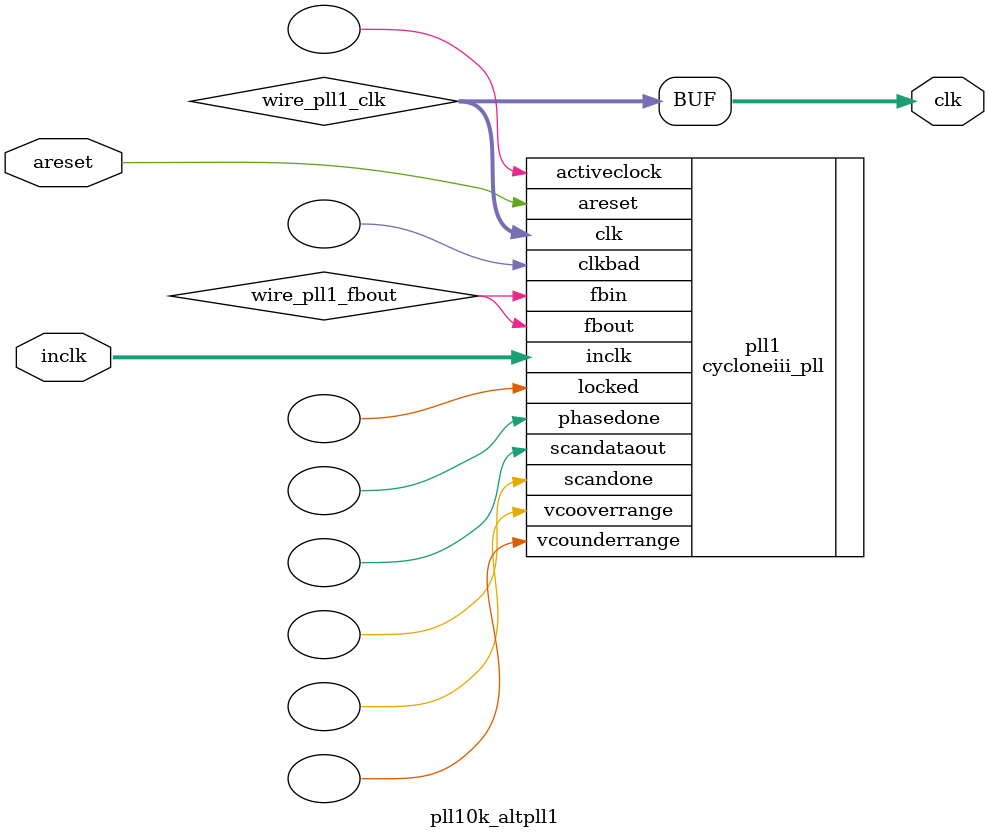
<source format=v>






//synthesis_resources = cycloneiii_pll 1 
//synopsys translate_off
`timescale 1 ps / 1 ps
//synopsys translate_on
module  pll10k_altpll1
	( 
	areset,
	clk,
	inclk) /* synthesis synthesis_clearbox=1 */;
	input   areset;
	output   [4:0]  clk;
	input   [1:0]  inclk;
`ifndef ALTERA_RESERVED_QIS
// synopsys translate_off
`endif
	tri0   areset;
	tri0   [1:0]  inclk;
`ifndef ALTERA_RESERVED_QIS
// synopsys translate_on
`endif

	wire  [4:0]   wire_pll1_clk;
	wire  wire_pll1_fbout;

	cycloneiii_pll   pll1
	( 
	.activeclock(),
	.areset(areset),
	.clk(wire_pll1_clk),
	.clkbad(),
	.fbin(wire_pll1_fbout),
	.fbout(wire_pll1_fbout),
	.inclk(inclk),
	.locked(),
	.phasedone(),
	.scandataout(),
	.scandone(),
	.vcooverrange(),
	.vcounderrange()
	`ifndef FORMAL_VERIFICATION
	// synopsys translate_off
	`endif
	,
	.clkswitch(1'b0),
	.configupdate(1'b0),
	.pfdena(1'b1),
	.phasecounterselect({3{1'b0}}),
	.phasestep(1'b0),
	.phaseupdown(1'b0),
	.scanclk(1'b0),
	.scanclkena(1'b1),
	.scandata(1'b0)
	`ifndef FORMAL_VERIFICATION
	// synopsys translate_on
	`endif
	);
	defparam
		pll1.bandwidth_type = "auto",
		pll1.clk0_divide_by = 100000,
		pll1.clk0_duty_cycle = 50,
		pll1.clk0_multiply_by = 3,
		pll1.clk0_phase_shift = "0",
		pll1.compensate_clock = "clk0",
		pll1.inclk0_input_frequency = 20000,
		pll1.operation_mode = "normal",
		pll1.pll_type = "auto",
		pll1.lpm_type = "cycloneiii_pll";
	assign
		clk = {wire_pll1_clk[4:0]};
endmodule //pll10k_altpll1
//VALID FILE

</source>
